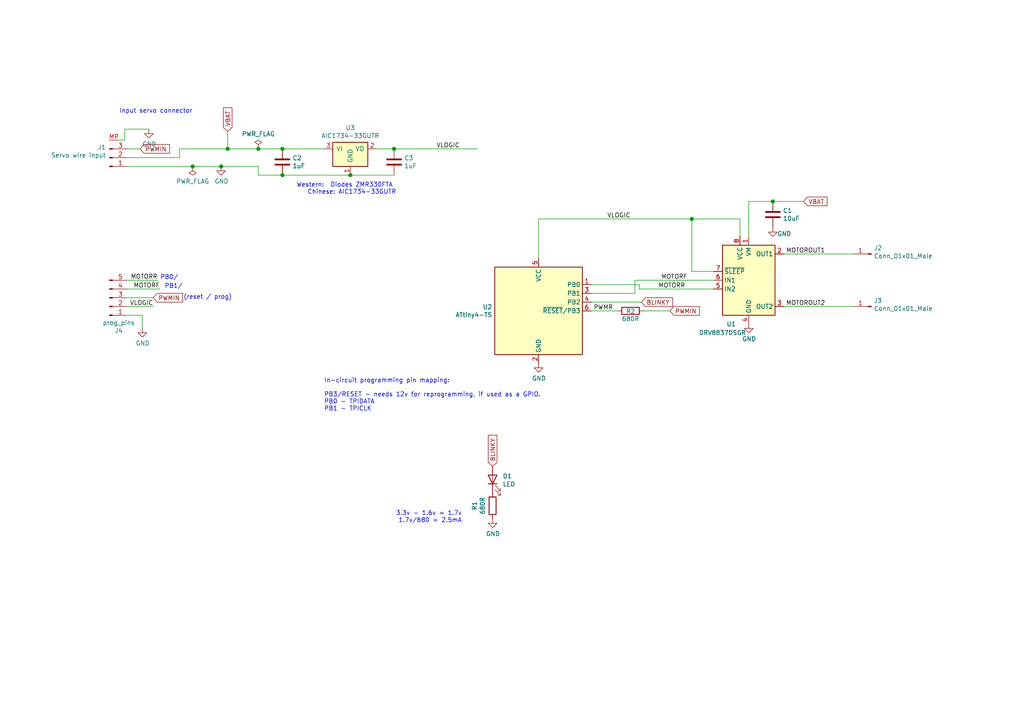
<source format=kicad_sch>
(kicad_sch (version 20201015) (generator eeschema)
  (paper "A4")
  (title_block (title "N20 motor back ESC") (date "2020-12-31") (company "Mark Robson"))
  (lib_symbols
    (symbol "Connector:Conn_01x01_Male" (pin_names hide)
      (property "Reference" "J" (at 0 2.54 0))
      (property "Value" "Conn_01x01_Male" (at 0 -2.54 0))
      (symbol "Conn_01x01_Male_1_1"
        (rectangle (start 0.8636 0.127) (end 0 -0.127) (fill (type outline)))
        (polyline (pts (xy 1.27 0) (xy 0.8636 0)))
        (pin passive line (at 5.08 0 180) (length 3.81) (name "Pin_1") (number "1"))
      )
    )
    (symbol "Connector:Conn_01x05_Male" (pin_names (offset 1.016) hide)
      (property "Reference" "J" (at 0 7.62 0))
      (property "Value" "Conn_01x05_Male" (at 0 -7.62 0))
      (symbol "Conn_01x05_Male_1_1"
        (rectangle (start 0.8636 -4.953) (end 0 -5.207) (stroke (width 0.1524)) (fill (type outline)))
        (rectangle (start 0.8636 -2.413) (end 0 -2.667) (stroke (width 0.1524)) (fill (type outline)))
        (rectangle (start 0.8636 0.127) (end 0 -0.127) (stroke (width 0.1524)) (fill (type outline)))
        (rectangle (start 0.8636 2.667) (end 0 2.413) (stroke (width 0.1524)) (fill (type outline)))
        (rectangle (start 0.8636 5.207) (end 0 4.953) (stroke (width 0.1524)) (fill (type outline)))
        (polyline (pts (xy 1.27 -5.08) (xy 0.8636 -5.08)) (stroke (width 0.1524)))
        (polyline (pts (xy 1.27 -2.54) (xy 0.8636 -2.54)) (stroke (width 0.1524)))
        (polyline (pts (xy 1.27 0) (xy 0.8636 0)) (stroke (width 0.1524)))
        (polyline (pts (xy 1.27 2.54) (xy 0.8636 2.54)) (stroke (width 0.1524)))
        (polyline (pts (xy 1.27 5.08) (xy 0.8636 5.08)) (stroke (width 0.1524)))
        (pin passive line (at 5.08 5.08 180) (length 3.81) (name "Pin_1") (number "1"))
        (pin passive line (at 5.08 2.54 180) (length 3.81) (name "Pin_2") (number "2"))
        (pin passive line (at 5.08 0 180) (length 3.81) (name "Pin_3") (number "3"))
        (pin passive line (at 5.08 -2.54 180) (length 3.81) (name "Pin_4") (number "4"))
        (pin passive line (at 5.08 -5.08 180) (length 3.81) (name "Pin_5") (number "5"))
      )
    )
    (symbol "Device:C" (pin_numbers hide) (pin_names (offset 0.254))
      (property "Reference" "C" (at 0.635 2.54 0))
      (property "Value" "C" (at 0.635 -2.54 0))
      (symbol "C_0_1"
        (polyline (pts (xy -2.032 -0.762) (xy 2.032 -0.762)) (stroke (width 0.508)))
        (polyline (pts (xy -2.032 0.762) (xy 2.032 0.762)) (stroke (width 0.508)))
      )
      (symbol "C_1_1"
        (pin passive line (at 0 3.81 270) (length 2.794) (name "~") (number "1"))
        (pin passive line (at 0 -3.81 90) (length 2.794) (name "~") (number "2"))
      )
    )
    (symbol "Device:LED" (pin_numbers hide) (pin_names (offset 1.016) hide)
      (property "Reference" "D" (at 0 2.54 0))
      (property "Value" "LED" (at 0 -2.54 0))
      (symbol "LED_0_1"
        (polyline (pts (xy -1.27 -1.27) (xy -1.27 1.27)) (stroke (width 0.254)))
        (polyline (pts (xy -1.27 0) (xy 1.27 0)))
        (polyline (pts (xy 1.27 -1.27) (xy 1.27 1.27) (xy -1.27 0) (xy 1.27 -1.27)) (stroke (width 0.254)))
        (polyline (pts (xy -3.048 -0.762) (xy -4.572 -2.286) (xy -3.81 -2.286) (xy -4.572 -2.286) (xy -4.572 -1.524)))
        (polyline (pts (xy -1.778 -0.762) (xy -3.302 -2.286) (xy -2.54 -2.286) (xy -3.302 -2.286) (xy -3.302 -1.524)))
      )
      (symbol "LED_1_1"
        (pin passive line (at -3.81 0 0) (length 2.54) (name "K") (number "1"))
        (pin passive line (at 3.81 0 180) (length 2.54) (name "A") (number "2"))
      )
    )
    (symbol "Device:R" (pin_numbers hide) (pin_names (offset 0))
      (property "Reference" "R" (at 2.032 0 90))
      (property "Value" "R" (at 0 0 90))
      (symbol "R_0_1"
        (rectangle (start -1.016 -2.54) (end 1.016 2.54) (stroke (width 0.254)))
      )
      (symbol "R_1_1"
        (pin passive line (at 0 3.81 270) (length 1.27) (name "~") (number "1"))
        (pin passive line (at 0 -3.81 90) (length 1.27) (name "~") (number "2"))
      )
    )
    (symbol "Driver_Motor:DRV8837"
      (property "Reference" "U" (at 6.35 11.43 0))
      (property "Value" "DRV8837" (at -10.16 11.43 0))
      (symbol "DRV8837_0_1"
        (rectangle (start -7.62 10.16) (end 7.62 -10.16) (stroke (width 0.254)) (fill (type background)))
      )
      (symbol "DRV8837_1_1"
        (pin power_in line (at 0 12.7 270) (length 2.54) (name "VM") (number "1"))
        (pin output line (at 10.16 7.62 180) (length 2.54) (name "OUT1") (number "2"))
        (pin output line (at 10.16 -7.62 180) (length 2.54) (name "OUT2") (number "3"))
        (pin power_in line (at 0 -12.7 90) (length 2.54) (name "GND") (number "4"))
        (pin input line (at -10.16 -2.54 0) (length 2.54) (name "IN2") (number "5"))
        (pin input line (at -10.16 0 0) (length 2.54) (name "IN1") (number "6"))
        (pin input line (at -10.16 2.54 0) (length 2.54) (name "~SLEEP") (number "7"))
        (pin power_in line (at -2.54 12.7 270) (length 2.54) (name "VCC") (number "8"))
        (pin passive line (at 0 -12.7 90) (length 2.54) hide (name "GND") (number "9"))
      )
    )
    (symbol "MCU_Microchip_ATtiny:ATtiny4-TS"
      (property "Reference" "U" (at -12.7 13.97 0))
      (property "Value" "ATtiny4-TS" (at 2.54 -13.97 0))
      (symbol "ATtiny4-TS_0_1"
        (rectangle (start -12.7 -12.7) (end 12.7 12.7) (stroke (width 0.254)) (fill (type background)))
      )
      (symbol "ATtiny4-TS_1_1"
        (pin bidirectional line (at 15.24 7.62 180) (length 2.54) (name "PB0") (number "1"))
        (pin power_in line (at 0 -15.24 90) (length 2.54) (name "GND") (number "2"))
        (pin bidirectional line (at 15.24 5.08 180) (length 2.54) (name "PB1") (number "3"))
        (pin bidirectional line (at 15.24 2.54 180) (length 2.54) (name "PB2") (number "4"))
        (pin power_in line (at 0 15.24 270) (length 2.54) (name "VCC") (number "5"))
        (pin bidirectional line (at 15.24 0 180) (length 2.54) (name "~RESET~/PB3") (number "6"))
      )
    )
    (symbol "motorback:Conn_01x03_withmechanical" (pin_names (offset 1.016) hide)
      (property "Reference" "J" (at 0 5.08 0))
      (property "Value" "Conn_01x03_withmechanical" (at -1.905 -7.62 0))
      (symbol "Conn_01x03_withmechanical_1_1"
        (rectangle (start 0.8636 -2.413) (end 0 -2.667) (stroke (width 0.1524)) (fill (type outline)))
        (rectangle (start 0.8636 0.127) (end 0 -0.127) (stroke (width 0.1524)) (fill (type outline)))
        (rectangle (start 0.8636 2.667) (end 0 2.413) (stroke (width 0.1524)) (fill (type outline)))
        (polyline (pts (xy 1.27 -2.54) (xy 0.8636 -2.54)) (stroke (width 0.1524)))
        (polyline (pts (xy 1.27 0) (xy 0.8636 0)) (stroke (width 0.1524)))
        (polyline (pts (xy 1.27 2.54) (xy 0.8636 2.54)) (stroke (width 0.1524)))
        (pin passive line (at 5.08 2.54 180) (length 3.81) (name "Pin_1") (number "1"))
        (pin passive line (at 5.08 0 180) (length 3.81) (name "Pin_2") (number "2"))
        (pin passive line (at 5.08 -2.54 180) (length 3.81) (name "Pin_3") (number "3"))
        (pin passive line (at 2.54 -5.08 180) (length 2.54) (name "MP") (number "MP"))
      )
    )
    (symbol "motorback:generic_regulator_GOI" (pin_names (offset 1.016))
      (property "Reference" "U" (at 0 1.27 0))
      (property "Value" "generic_regulator_GOI" (at 1.27 0 0))
      (symbol "generic_regulator_GOI_1_1"
        (rectangle (start -5.08 -8.89) (end 5.08 -1.905) (stroke (width 0.254)) (fill (type background)))
        (pin power_in line (at 0 -11.43 90) (length 2.54) (name "GND") (number "1"))
        (pin power_out line (at 7.62 -3.81 180) (length 2.54) (name "VO") (number "2"))
        (pin power_in line (at -7.62 -3.81 0) (length 2.54) (name "VI") (number "3"))
      )
    )
    (symbol "power:GND" (power) (pin_names (offset 0))
      (property "Value" "GND" (at 0 -3.81 0))
      (symbol "GND_0_1"
        (polyline (pts (xy 0 0) (xy 0 -1.27) (xy 1.27 -1.27) (xy 0 -2.54) (xy -1.27 -1.27) (xy 0 -1.27)))
      )
      (symbol "GND_1_1"
        (pin power_in line (at 0 0 270) (length 0) hide (name "GND") (number "1"))
      )
    )
    (symbol "power:PWR_FLAG" (power) (pin_numbers hide) (pin_names (offset 0) hide)
      (property "Value" "PWR_FLAG" (at 0 3.81 0))
      (symbol "PWR_FLAG_0_0"
        (pin power_out line (at 0 0 90) (length 0) (name "pwr") (number "1"))
      )
      (symbol "PWR_FLAG_0_1"
        (polyline (pts (xy 0 0) (xy 0 1.27) (xy -1.016 1.905) (xy 0 2.54) (xy 1.016 1.905) (xy 0 1.27)))
      )
    )
  )
  (junction (at 55.88 48.26) (diameter 1.016))
  (junction (at 64.135 48.26) (diameter 1.016))
  (junction (at 66.04 43.18) (diameter 1.016))
  (junction (at 74.93 43.18) (diameter 1.016))
  (junction (at 81.915 43.18) (diameter 1.016))
  (junction (at 81.915 50.8) (diameter 1.016))
  (junction (at 101.6 50.8) (diameter 1.016))
  (junction (at 114.3 43.18) (diameter 1.016))
  (junction (at 200.66 63.5) (diameter 1.016))
  (junction (at 224.155 58.42) (diameter 1.016))
  (wire (pts (xy 34.29 40.64) (xy 36.195 40.64)))
  (wire (pts (xy 36.195 37.465) (xy 43.18 37.465)))
  (wire (pts (xy 36.195 40.64) (xy 36.195 37.465)))
  (wire (pts (xy 36.83 43.18) (xy 40.64 43.18)))
  (wire (pts (xy 36.83 45.72) (xy 52.07 45.72)))
  (wire (pts (xy 36.83 48.26) (xy 55.88 48.26)))
  (wire (pts (xy 36.83 81.28) (xy 45.72 81.28)))
  (wire (pts (xy 36.83 83.82) (xy 46.355 83.82)))
  (wire (pts (xy 36.83 86.36) (xy 44.45 86.36)))
  (wire (pts (xy 36.83 88.9) (xy 44.45 88.9)))
  (wire (pts (xy 36.83 91.44) (xy 41.275 91.44)))
  (wire (pts (xy 41.275 91.44) (xy 41.275 95.25)))
  (wire (pts (xy 52.07 43.18) (xy 66.04 43.18)))
  (wire (pts (xy 52.07 45.72) (xy 52.07 43.18)))
  (wire (pts (xy 55.88 48.26) (xy 64.135 48.26)))
  (wire (pts (xy 64.135 48.26) (xy 74.93 48.26)))
  (wire (pts (xy 66.04 38.1) (xy 66.04 43.18)))
  (wire (pts (xy 66.04 43.18) (xy 74.93 43.18)))
  (wire (pts (xy 74.93 43.18) (xy 81.915 43.18)))
  (wire (pts (xy 74.93 48.26) (xy 74.93 50.8)))
  (wire (pts (xy 74.93 50.8) (xy 81.915 50.8)))
  (wire (pts (xy 81.915 43.18) (xy 93.98 43.18)))
  (wire (pts (xy 81.915 50.8) (xy 101.6 50.8)))
  (wire (pts (xy 101.6 50.8) (xy 114.3 50.8)))
  (wire (pts (xy 109.22 43.18) (xy 114.3 43.18)))
  (wire (pts (xy 114.3 43.18) (xy 138.43 43.18)))
  (wire (pts (xy 156.21 63.5) (xy 200.66 63.5)))
  (wire (pts (xy 156.21 74.93) (xy 156.21 63.5)))
  (wire (pts (xy 171.45 82.55) (xy 185.42 82.55)))
  (wire (pts (xy 171.45 87.63) (xy 186.055 87.63)))
  (wire (pts (xy 171.45 90.17) (xy 179.07 90.17)))
  (wire (pts (xy 184.15 81.28) (xy 184.15 85.09)))
  (wire (pts (xy 184.15 81.28) (xy 207.01 81.28)))
  (wire (pts (xy 184.15 85.09) (xy 171.45 85.09)))
  (wire (pts (xy 185.42 82.55) (xy 185.42 83.82)))
  (wire (pts (xy 185.42 83.82) (xy 207.01 83.82)))
  (wire (pts (xy 186.69 90.17) (xy 194.31 90.17)))
  (wire (pts (xy 200.66 63.5) (xy 214.63 63.5)))
  (wire (pts (xy 200.66 78.74) (xy 200.66 63.5)))
  (wire (pts (xy 207.01 78.74) (xy 200.66 78.74)))
  (wire (pts (xy 214.63 63.5) (xy 214.63 68.58)))
  (wire (pts (xy 217.17 58.42) (xy 217.17 68.58)))
  (wire (pts (xy 224.155 58.42) (xy 217.17 58.42)))
  (wire (pts (xy 224.155 58.42) (xy 233.045 58.42)))
  (wire (pts (xy 227.33 73.66) (xy 247.65 73.66)))
  (wire (pts (xy 227.33 88.9) (xy 247.65 88.9)))
  (text "PB0/ " (at 52.705 81.28 180) (effects (font (size 1.27 1.27)) (justify right bottom)))
  (text "PB1/ " (at 53.975 83.82 180) (effects (font (size 1.27 1.27)) (justify right bottom)))
  (text "Input servo connector" (at 55.88 33.02 180) (effects (font (size 1.27 1.27)) (justify right bottom)))
  (text "(reset / prog)" (at 67.31 86.995 180) (effects (font (size 1.27 1.27)) (justify right bottom)))
  (text "In-circuit programming pin mapping:\n\nPB3/RESET - needs 12v for reprogramming, if used as a GPIO.\nPB0 - TPIDATA\nPB1 - TPICLK" (at 93.98 119.38 0) (effects (font (size 1.27 1.27)) (justify left bottom)))
  (text "Western:  Diodes ZMR330FTA \nChinese: AIC1734-33GUTR" (at 114.935 56.515 0) (effects (font (size 1.27 1.27)) (justify right bottom)))
  (text "3.3v - 1.6v = 1.7v\n1.7v/680 = 2.5mA" (at 133.985 151.765 180) (effects (font (size 1.27 1.27)) (justify right bottom)))
  (label "VLOGIC" (at 44.45 88.9 180))
  (label "MOTORR" (at 45.72 81.28 180))
  (label "MOTORF" (at 46.355 83.82 180))
  (label "VLOGIC" (at 133.35 43.18 180))
  (label "PWMR" (at 177.8 90.17 180))
  (label "VLOGIC" (at 182.88 63.5 180))
  (label "MOTORR" (at 198.755 83.82 180))
  (label "MOTORF" (at 199.39 81.28 180))
  (label "MOTOROUT1" (at 227.965 73.66 0))
  (label "MOTOROUT2" (at 227.965 88.9 0))
  (global_label "PWMIN" (shape input) (at 40.64 43.18 0) (property "Intersheet References" "${INTERSHEET_REFS}" (effects hide)))
  (global_label "PWMIN" (shape input) (at 44.45 86.36 0) (property "Intersheet References" "${INTERSHEET_REFS}" (effects hide)))
  (global_label "VBAT" (shape input) (at 66.04 38.1 90) (property "Intersheet References" "${INTERSHEET_REFS}" (effects hide)))
  (global_label "BLINKY" (shape input) (at 142.875 135.255 90) (property "Intersheet References" "${INTERSHEET_REFS}" (effects hide)))
  (global_label "BLINKY" (shape input) (at 186.055 87.63 0) (property "Intersheet References" "${INTERSHEET_REFS}" (effects hide)))
  (global_label "PWMIN" (shape input) (at 194.31 90.17 0) (property "Intersheet References" "${INTERSHEET_REFS}" (effects hide)))
  (global_label "VBAT" (shape input) (at 233.045 58.42 0) (property "Intersheet References" "${INTERSHEET_REFS}" (effects hide)))
  (symbol (lib_id "power:PWR_FLAG") (at 55.88 48.26 180) (unit 1)
    (property "Reference" "#FLG0101" (effects hide))
    (property "Value" "PWR_FLAG" (at 55.88 52.5844 0))
  )
  (symbol (lib_id "power:PWR_FLAG") (at 74.93 43.18 0) (unit 1)
    (property "Reference" "#FLG0102" (effects hide))
    (property "Value" "PWR_FLAG" (at 74.93 38.8556 0))
  )
  (symbol (lib_id "power:GND") (at 41.275 95.25 0) (unit 1)
    (property "Reference" "#PWR01" (effects hide))
    (property "Value" "GND" (at 41.3893 99.5744 0))
  )
  (symbol (lib_id "power:GND") (at 43.18 37.465 0) (unit 1)
    (property "Reference" "#PWR0106" (effects hide))
    (property "Value" "GND" (at 43.2943 41.7894 0))
  )
  (symbol (lib_id "power:GND") (at 64.135 48.26 0) (unit 1)
    (property "Reference" "#PWR02" (effects hide))
    (property "Value" "GND" (at 64.2493 52.5844 0))
  )
  (symbol (lib_id "power:GND") (at 142.875 150.495 0) (unit 1)
    (property "Reference" "#PWR04" (effects hide))
    (property "Value" "GND" (at 142.9893 154.8194 0))
  )
  (symbol (lib_id "power:GND") (at 156.21 105.41 0) (unit 1)
    (property "Reference" "#PWR0101" (effects hide))
    (property "Value" "GND" (at 156.3243 109.7344 0))
  )
  (symbol (lib_id "power:GND") (at 217.17 93.98 0) (unit 1)
    (property "Reference" "#PWR0102" (effects hide))
    (property "Value" "GND" (at 217.2843 98.3044 0))
  )
  (symbol (lib_id "power:GND") (at 224.155 66.04 0) (unit 1)
    (property "Reference" "#PWR03" (effects hide))
    (property "Value" "GND" (at 227.4443 67.8244 0))
  )
  (symbol (lib_id "Connector:Conn_01x01_Male") (at 252.73 73.66 180) (unit 1)
    (property "Reference" "J2" (at 253.4413 71.9518 0) (effects (justify right)))
    (property "Value" "Conn_01x01_Male" (at 253.4413 74.2505 0) (effects (justify right)))
    (property "Footprint" "motorback:motorpad" (effects hide))
  )
  (symbol (lib_id "Connector:Conn_01x01_Male") (at 252.73 88.9 180) (unit 1)
    (property "Reference" "J3" (at 253.4413 87.1918 0) (effects (justify right)))
    (property "Value" "Conn_01x01_Male" (at 253.4413 89.4905 0) (effects (justify right)))
    (property "Footprint" "motorback:motorpad" (effects hide))
  )
  (symbol (lib_id "Device:R") (at 142.875 146.685 180) (unit 1)
    (property "Reference" "R1" (at 137.6488 146.685 90))
    (property "Value" "680R" (at 139.947 146.685 90))
    (property "Footprint" "Resistor_SMD:R_0603_1608Metric" (effects hide))
    (property "LCSC" "C23228" (effects hide))
  )
  (symbol (lib_id "Device:R") (at 182.88 90.17 270) (unit 1)
    (property "Reference" "R2" (at 182.88 90.3162 90))
    (property "Value" "680R" (at 182.88 92.463 90))
    (property "Footprint" "Resistor_SMD:R_0603_1608Metric" (effects hide))
    (property "LCSC" "C23228" (effects hide))
  )
  (symbol (lib_id "Device:LED") (at 142.875 139.065 90) (unit 1)
    (property "Reference" "D1" (at 145.7961 138.1061 90) (effects (justify right)))
    (property "Value" "LED" (at 145.7961 140.4048 90) (effects (justify right)))
    (property "Footprint" "LED_SMD:LED_0603_1608Metric" (effects hide))
    (property "LCSC" "C2286" (effects hide))
  )
  (symbol (lib_id "Device:C") (at 81.915 46.99 0) (unit 1)
    (property "Reference" "C2" (at 84.8361 45.8406 0) (effects (justify left)))
    (property "Value" "1uF" (at 84.8361 48.1393 0) (effects (justify left)))
    (property "Footprint" "Capacitor_SMD:C_0402_1005Metric" (effects hide))
    (property "LCSC" "C52923" (effects hide))
  )
  (symbol (lib_id "Device:C") (at 114.3 46.99 0) (unit 1)
    (property "Reference" "C3" (at 117.2211 45.8406 0) (effects (justify left)))
    (property "Value" "1uF" (at 117.2211 48.1393 0) (effects (justify left)))
    (property "Footprint" "Capacitor_SMD:C_0402_1005Metric" (effects hide))
    (property "LCSC" "C52923" (effects hide))
  )
  (symbol (lib_id "Device:C") (at 224.155 62.23 0) (unit 1)
    (property "Reference" "C1" (at 227.0761 61.0806 0) (effects (justify left)))
    (property "Value" "10uF" (at 227.0761 63.3793 0) (effects (justify left)))
    (property "Footprint" "Capacitor_SMD:C_0603_1608Metric" (effects hide))
    (property "LCSC" "C19702" (effects hide))
  )
  (symbol (lib_id "motorback:Conn_01x03_withmechanical") (at 31.75 45.72 0) (mirror x) (unit 1)
    (property "Reference" "J1" (at 30.7339 42.7418 0) (effects (justify right)))
    (property "Value" "Servo wire input" (at 30.734 45.041 0) (effects (justify right)))
    (property "Footprint" "Connector_JST:JST_SH_SM03B-SRSS-TB_1x03-1MP_P1.00mm_Horizontal" (effects hide))
  )
  (symbol (lib_id "Connector:Conn_01x05_Male") (at 31.75 86.36 0) (mirror x) (unit 1)
    (property "Reference" "J4" (at 34.4424 95.9042 0))
    (property "Value" "prog_pins" (at 34.442 93.606 0))
    (property "Footprint" "motorback:pogopins_5" (effects hide))
  )
  (symbol (lib_id "motorback:generic_regulator_GOI") (at 101.6 39.37 0) (unit 1)
    (property "Reference" "U3" (at 101.6 37.0648 0))
    (property "Value" "AIC1734-33GUTR" (at 101.6 39.3635 0))
    (property "Footprint" "Package_TO_SOT_SMD:SOT-23" (effects hide))
    (property "LCSC" "C211659" (effects hide))
  )
  (symbol (lib_id "Driver_Motor:DRV8837") (at 217.17 81.28 0) (unit 1)
    (property "Reference" "U1" (at 212.09 93.98 0))
    (property "Value" "DRV8837DSGR" (at 209.55 96.52 0))
    (property "Footprint" "motorback:drv8837_custom" (effects hide))
    (property "Datasheet" "http://www.ti.com/lit/ds/symlink/drv8837.pdf" (effects hide))
    (property "LCSC" "C39159" (effects hide))
  )
  (symbol (lib_id "MCU_Microchip_ATtiny:ATtiny4-TS") (at 156.21 90.17 0) (unit 1)
    (property "Reference" "U2" (at 142.7479 89.0206 0) (effects (justify right)))
    (property "Value" "ATtiny4-TS" (at 142.7479 91.3193 0) (effects (justify right)))
    (property "Footprint" "Package_TO_SOT_SMD:SOT-23-6" (effects hide))
    (property "Datasheet" "http://ww1.microchip.com/downloads/en/DeviceDoc/Atmel-8127-AVR-8-bit-Microcontroller-ATtiny4-ATtiny5-ATtiny9-ATtiny10_Datasheet.pdf" (effects hide))
  )
)
</source>
